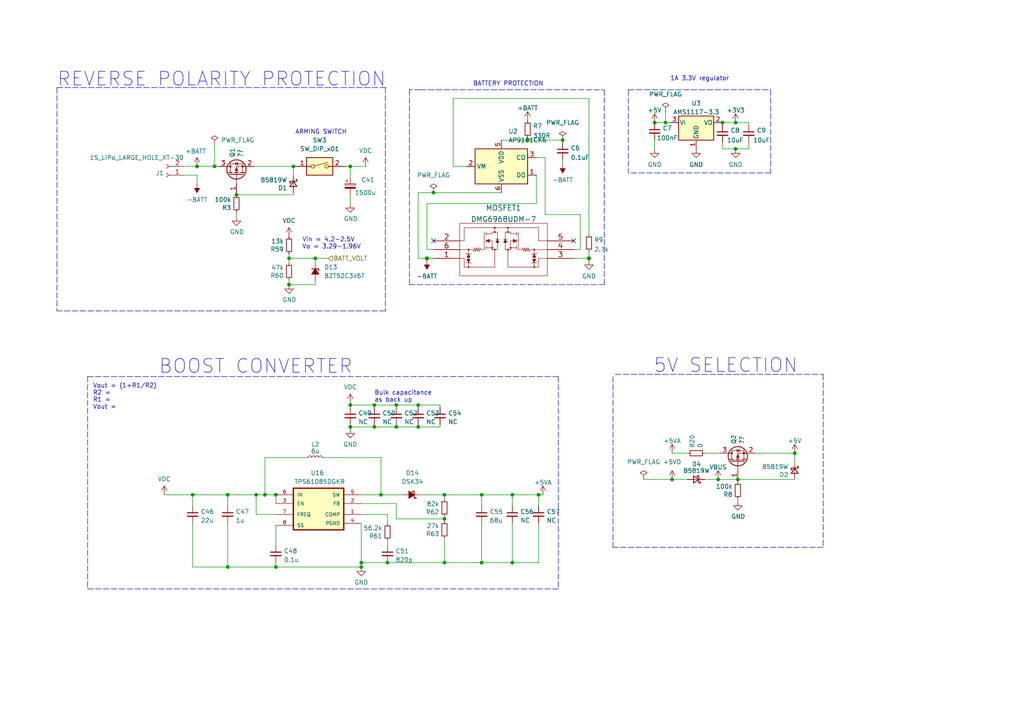
<source format=kicad_sch>
(kicad_sch (version 20211123) (generator eeschema)
  (paper "A4")
  (lib_symbols
    (symbol "Battery_Management:AP9101CK6"
      (property "Reference" "U" (at -7.62 6.35 0))
      (property "Value" "AP9101CK6" (at 7.62 6.35 0))
      (symbol "AP9101CK6_0_1"
        (rectangle (start -7.62 5.08) (end 7.62 -5.08) (stroke (width 0.254)) (fill (type background)))
      )
      (symbol "AP9101CK6_1_1"
        (pin output line (at 10.16 -2.54 180) (length 2.54) (name "DO") (number "1"))
        (pin passive line (at -10.16 0 0) (length 2.54) (name "VM") (number "2"))
        (pin output line (at 10.16 2.54 180) (length 2.54) (name "CO") (number "3"))
        (pin no_connect line (at -7.62 -2.54 0) (length 2.54) hide (name "NC") (number "4"))
        (pin power_in line (at 0 7.62 270) (length 2.54) (name "VDD") (number "5"))
        (pin power_in line (at 0 -7.62 90) (length 2.54) (name "VSS") (number "6"))
      )
    )
    (symbol "Connector:Conn_01x02_Female" (pin_names (offset 1.016) hide)
      (property "Reference" "J" (at 0 2.54 0))
      (property "Value" "Conn_01x02_Female" (at 0 -5.08 0))
      (symbol "Conn_01x02_Female_1_1"
        (arc (start 0 -2.032) (mid -0.508 -2.54) (end 0 -3.048) (stroke (width 0.1524)))
        (polyline (pts (xy -1.27 -2.54) (xy -0.508 -2.54)) (stroke (width 0.1524)))
        (polyline (pts (xy -1.27 0) (xy -0.508 0)) (stroke (width 0.1524)))
        (arc (start 0 0.508) (mid -0.508 0) (end 0 -0.508) (stroke (width 0.1524)))
        (pin passive line (at -5.08 0 0) (length 3.81) (name "Pin_1") (number "1"))
        (pin passive line (at -5.08 -2.54 0) (length 3.81) (name "Pin_2") (number "2"))
      )
    )
    (symbol "DMG6968UDM-7:DMG6968UDM-7" (pin_names (offset 0.254) hide)
      (property "Reference" "MOSFET" (at 20.32 10.16 0))
      (property "Value" "DMG6968UDM-7" (at 20.32 7.62 0))
      (symbol "DMG6968UDM-7_1_1"
        (polyline (pts (xy 7.62 -10.16) (xy 33.02 -10.16)) (stroke (width 0.127)))
        (polyline (pts (xy 7.62 -5.08) (xy 8.89 -5.08)) (stroke (width 0.127)))
        (polyline (pts (xy 7.62 -2.54) (xy 11.43 -2.54)) (stroke (width 0.127)))
        (polyline (pts (xy 7.62 5.08) (xy 7.62 -10.16)) (stroke (width 0.127)))
        (polyline (pts (xy 8.89 -7.62) (xy 17.78 -7.62)) (stroke (width 0.127)))
        (polyline (pts (xy 8.89 -5.08) (xy 8.89 -7.62)) (stroke (width 0.127)))
        (polyline (pts (xy 8.89 0) (xy 7.62 0)) (stroke (width 0.127)))
        (polyline (pts (xy 8.89 3.81) (xy 8.89 0)) (stroke (width 0.127)))
        (polyline (pts (xy 8.89 3.81) (xy 30.48 3.81)) (stroke (width 0.127)))
        (polyline (pts (xy 9.652 -6.35) (xy 9.398 -6.096)) (stroke (width 0.127)))
        (polyline (pts (xy 9.652 -6.35) (xy 10.668 -6.35)) (stroke (width 0.127)))
        (polyline (pts (xy 9.652 -3.81) (xy 9.398 -3.556)) (stroke (width 0.127)))
        (polyline (pts (xy 10.16 -6.35) (xy 10.16 -7.62)) (stroke (width 0.127)))
        (polyline (pts (xy 10.16 -4.826) (xy 10.16 -5.334)) (stroke (width 0.127)))
        (polyline (pts (xy 10.16 -3.81) (xy 10.16 -2.54)) (stroke (width 0.127)))
        (polyline (pts (xy 10.668 -6.35) (xy 10.922 -6.604)) (stroke (width 0.127)))
        (polyline (pts (xy 10.668 -3.81) (xy 9.652 -3.81)) (stroke (width 0.127)))
        (polyline (pts (xy 10.668 -3.81) (xy 10.922 -4.064)) (stroke (width 0.127)))
        (polyline (pts (xy 11.43 -2.54) (xy 11.684 -3.048)) (stroke (width 0.127)))
        (polyline (pts (xy 11.684 -3.048) (xy 11.938 -2.032)) (stroke (width 0.127)))
        (polyline (pts (xy 11.938 -2.032) (xy 12.192 -3.048)) (stroke (width 0.127)))
        (polyline (pts (xy 12.192 -3.048) (xy 12.446 -2.032)) (stroke (width 0.127)))
        (polyline (pts (xy 12.446 -2.032) (xy 12.7 -3.048)) (stroke (width 0.127)))
        (polyline (pts (xy 12.7 -3.048) (xy 12.954 -2.032)) (stroke (width 0.127)))
        (polyline (pts (xy 12.954 -2.032) (xy 13.208 -3.048)) (stroke (width 0.127)))
        (polyline (pts (xy 13.208 -3.048) (xy 13.462 -2.032)) (stroke (width 0.127)))
        (polyline (pts (xy 13.462 -2.032) (xy 13.716 -2.54)) (stroke (width 0.127)))
        (polyline (pts (xy 13.716 -2.54) (xy 14.732 -2.54)) (stroke (width 0.127)))
        (polyline (pts (xy 14.732 -2.54) (xy 14.732 2.54)) (stroke (width 0.127)))
        (polyline (pts (xy 15.24 -2.54) (xy 15.24 -1.524)) (stroke (width 0.127)))
        (polyline (pts (xy 15.24 -2.032) (xy 17.018 -2.032)) (stroke (width 0.127)))
        (polyline (pts (xy 15.24 -0.508) (xy 15.24 0.508)) (stroke (width 0.127)))
        (polyline (pts (xy 15.24 1.524) (xy 15.24 2.54)) (stroke (width 0.127)))
        (polyline (pts (xy 15.24 2.032) (xy 17.018 2.032)) (stroke (width 0.127)))
        (polyline (pts (xy 17.018 -2.54) (xy 17.018 0)) (stroke (width 0.127)))
        (polyline (pts (xy 17.018 -2.54) (xy 18.542 -2.54)) (stroke (width 0.127)))
        (polyline (pts (xy 17.018 0) (xy 15.24 0)) (stroke (width 0.127)))
        (polyline (pts (xy 17.018 2.032) (xy 17.018 2.54)) (stroke (width 0.127)))
        (polyline (pts (xy 17.018 2.54) (xy 18.542 2.54)) (stroke (width 0.127)))
        (polyline (pts (xy 17.78 -7.62) (xy 17.78 -2.54)) (stroke (width 0.127)))
        (polyline (pts (xy 17.78 3.81) (xy 17.78 2.54)) (stroke (width 0.127)))
        (polyline (pts (xy 18.542 -2.54) (xy 18.542 -0.508)) (stroke (width 0.127)))
        (polyline (pts (xy 18.542 0.508) (xy 18.542 2.54)) (stroke (width 0.127)))
        (polyline (pts (xy 19.05 0.508) (xy 18.034 0.508)) (stroke (width 0.127)))
        (polyline (pts (xy 20.32 0.508) (xy 21.336 0.508)) (stroke (width 0.127)))
        (polyline (pts (xy 20.828 -2.54) (xy 20.828 -0.508)) (stroke (width 0.127)))
        (polyline (pts (xy 20.828 0.508) (xy 20.828 2.54)) (stroke (width 0.127)))
        (polyline (pts (xy 21.59 -7.62) (xy 21.59 -2.54)) (stroke (width 0.127)))
        (polyline (pts (xy 21.59 3.81) (xy 21.59 2.54)) (stroke (width 0.127)))
        (polyline (pts (xy 22.352 -2.54) (xy 20.828 -2.54)) (stroke (width 0.127)))
        (polyline (pts (xy 22.352 -2.54) (xy 22.352 0)) (stroke (width 0.127)))
        (polyline (pts (xy 22.352 0) (xy 24.13 0)) (stroke (width 0.127)))
        (polyline (pts (xy 22.352 2.032) (xy 22.352 2.54)) (stroke (width 0.127)))
        (polyline (pts (xy 22.352 2.54) (xy 20.828 2.54)) (stroke (width 0.127)))
        (polyline (pts (xy 24.13 -2.54) (xy 24.13 -1.524)) (stroke (width 0.127)))
        (polyline (pts (xy 24.13 -2.032) (xy 22.352 -2.032)) (stroke (width 0.127)))
        (polyline (pts (xy 24.13 -0.508) (xy 24.13 0.508)) (stroke (width 0.127)))
        (polyline (pts (xy 24.13 1.524) (xy 24.13 2.54)) (stroke (width 0.127)))
        (polyline (pts (xy 24.13 2.032) (xy 22.352 2.032)) (stroke (width 0.127)))
        (polyline (pts (xy 24.638 -2.54) (xy 24.638 2.54)) (stroke (width 0.127)))
        (polyline (pts (xy 25.654 -2.54) (xy 24.638 -2.54)) (stroke (width 0.127)))
        (polyline (pts (xy 25.908 -2.032) (xy 25.654 -2.54)) (stroke (width 0.127)))
        (polyline (pts (xy 26.162 -3.048) (xy 25.908 -2.032)) (stroke (width 0.127)))
        (polyline (pts (xy 26.416 -2.032) (xy 26.162 -3.048)) (stroke (width 0.127)))
        (polyline (pts (xy 26.67 -3.048) (xy 26.416 -2.032)) (stroke (width 0.127)))
        (polyline (pts (xy 26.924 -2.032) (xy 26.67 -3.048)) (stroke (width 0.127)))
        (polyline (pts (xy 27.178 -3.048) (xy 26.924 -2.032)) (stroke (width 0.127)))
        (polyline (pts (xy 27.432 -2.032) (xy 27.178 -3.048)) (stroke (width 0.127)))
        (polyline (pts (xy 27.686 -3.048) (xy 27.432 -2.032)) (stroke (width 0.127)))
        (polyline (pts (xy 27.94 -2.54) (xy 27.686 -3.048)) (stroke (width 0.127)))
        (polyline (pts (xy 28.702 -6.35) (xy 28.448 -6.604)) (stroke (width 0.127)))
        (polyline (pts (xy 28.702 -3.81) (xy 28.448 -4.064)) (stroke (width 0.127)))
        (polyline (pts (xy 28.702 -3.81) (xy 29.718 -3.81)) (stroke (width 0.127)))
        (polyline (pts (xy 29.21 -6.35) (xy 29.21 -7.62)) (stroke (width 0.127)))
        (polyline (pts (xy 29.21 -4.826) (xy 29.21 -5.334)) (stroke (width 0.127)))
        (polyline (pts (xy 29.21 -3.81) (xy 29.21 -2.54)) (stroke (width 0.127)))
        (polyline (pts (xy 29.718 -6.35) (xy 28.702 -6.35)) (stroke (width 0.127)))
        (polyline (pts (xy 29.718 -6.35) (xy 29.972 -6.096)) (stroke (width 0.127)))
        (polyline (pts (xy 29.718 -3.81) (xy 29.972 -3.556)) (stroke (width 0.127)))
        (polyline (pts (xy 30.48 -7.62) (xy 21.59 -7.62)) (stroke (width 0.127)))
        (polyline (pts (xy 30.48 -5.08) (xy 30.48 -7.62)) (stroke (width 0.127)))
        (polyline (pts (xy 30.48 0) (xy 33.02 0)) (stroke (width 0.127)))
        (polyline (pts (xy 30.48 3.81) (xy 30.48 0)) (stroke (width 0.127)))
        (polyline (pts (xy 33.02 -10.16) (xy 33.02 5.08)) (stroke (width 0.127)))
        (polyline (pts (xy 33.02 -5.08) (xy 30.48 -5.08)) (stroke (width 0.127)))
        (polyline (pts (xy 33.02 -2.54) (xy 27.94 -2.54)) (stroke (width 0.127)))
        (polyline (pts (xy 33.02 5.08) (xy 7.62 5.08)) (stroke (width 0.127)))
        (polyline (pts (xy 9.652 -5.334) (xy 10.668 -5.334) (xy 10.16 -6.35) (xy 9.652 -5.334)) (stroke (width 0.0254)) (fill (type outline)))
        (polyline (pts (xy 10.668 -4.826) (xy 9.652 -4.826) (xy 10.16 -3.81) (xy 10.668 -4.826)) (stroke (width 0.0254)) (fill (type outline)))
        (polyline (pts (xy 16.256 0.508) (xy 15.24 0) (xy 16.256 -0.508) (xy 16.256 0.508)) (stroke (width 0.0254)) (fill (type outline)))
        (polyline (pts (xy 19.05 -0.508) (xy 18.034 -0.508) (xy 18.542 0.508) (xy 19.05 -0.508)) (stroke (width 0.0254)) (fill (type outline)))
        (polyline (pts (xy 20.32 -0.508) (xy 21.336 -0.508) (xy 20.828 0.508) (xy 20.32 -0.508)) (stroke (width 0.0254)) (fill (type outline)))
        (polyline (pts (xy 23.114 0.508) (xy 24.13 0) (xy 23.114 -0.508) (xy 23.114 0.508)) (stroke (width 0.0254)) (fill (type outline)))
        (polyline (pts (xy 28.702 -4.826) (xy 29.718 -4.826) (xy 29.21 -3.81) (xy 28.702 -4.826)) (stroke (width 0.0254)) (fill (type outline)))
        (polyline (pts (xy 29.718 -5.334) (xy 28.702 -5.334) (xy 29.21 -6.35) (xy 29.718 -5.334)) (stroke (width 0.0254)) (fill (type outline)))
        (circle (center 10.16 -7.62) (radius 0.127) (stroke (width 0.254)))
        (circle (center 10.16 -2.54) (radius 0.127) (stroke (width 0.254)))
        (circle (center 17.018 -2.032) (radius 0.127) (stroke (width 0.254)))
        (circle (center 17.78 -2.54) (radius 0.127) (stroke (width 0.254)))
        (circle (center 17.78 2.54) (radius 0.127) (stroke (width 0.254)))
        (circle (center 17.78 3.81) (radius 0.127) (stroke (width 0.254)))
        (circle (center 21.59 -2.54) (radius 0.127) (stroke (width 0.254)))
        (circle (center 21.59 2.54) (radius 0.127) (stroke (width 0.254)))
        (circle (center 21.59 3.81) (radius 0.127) (stroke (width 0.254)))
        (circle (center 22.352 -2.032) (radius 0.127) (stroke (width 0.254)))
        (circle (center 29.21 -7.62) (radius 0.127) (stroke (width 0.254)))
        (circle (center 29.21 -2.54) (radius 0.127) (stroke (width 0.254)))
        (pin unspecified line (at 0 -5.08 0) (length 7.62) (name "S1") (number "1"))
        (pin unspecified line (at 0 0 0) (length 7.62) (name "D1/D2") (number "2"))
        (pin unspecified line (at 40.64 -5.08 180) (length 7.62) (name "S2") (number "3"))
        (pin unspecified line (at 40.64 -2.54 180) (length 7.62) (name "G2") (number "4"))
        (pin unspecified line (at 40.64 0 180) (length 7.62) (name "D1/D2") (number "5"))
        (pin unspecified line (at 0 -2.54 0) (length 7.62) (name "G1") (number "6"))
      )
    )
    (symbol "Device:C_Polarized_Small" (pin_numbers hide) (pin_names (offset 0.254) hide)
      (property "Reference" "C" (at 0.254 1.778 0))
      (property "Value" "C_Polarized_Small" (at 0.254 -2.032 0))
      (symbol "C_Polarized_Small_0_1"
        (rectangle (start -1.524 -0.3048) (end 1.524 -0.6858) (fill (type outline)))
        (rectangle (start -1.524 0.6858) (end 1.524 0.3048))
        (polyline (pts (xy -1.27 1.524) (xy -0.762 1.524)))
        (polyline (pts (xy -1.016 1.27) (xy -1.016 1.778)))
      )
      (symbol "C_Polarized_Small_1_1"
        (pin passive line (at 0 2.54 270) (length 1.8542) (name "~") (number "1"))
        (pin passive line (at 0 -2.54 90) (length 1.8542) (name "~") (number "2"))
      )
    )
    (symbol "Device:C_Small" (pin_numbers hide) (pin_names (offset 0.254) hide)
      (property "Reference" "C" (at 0.254 1.778 0))
      (property "Value" "C_Small" (at 0.254 -2.032 0))
      (symbol "C_Small_0_1"
        (polyline (pts (xy -1.524 -0.508) (xy 1.524 -0.508)) (stroke (width 0.3302)))
        (polyline (pts (xy -1.524 0.508) (xy 1.524 0.508)) (stroke (width 0.3048)))
      )
      (symbol "C_Small_1_1"
        (pin passive line (at 0 2.54 270) (length 2.032) (name "~") (number "1"))
        (pin passive line (at 0 -2.54 90) (length 2.032) (name "~") (number "2"))
      )
    )
    (symbol "Device:D_Schottky_Small" (pin_numbers hide) (pin_names (offset 0.254) hide)
      (property "Reference" "D" (at -1.27 2.032 0))
      (property "Value" "D_Schottky_Small" (at -7.112 -2.032 0))
      (symbol "D_Schottky_Small_0_1"
        (polyline (pts (xy -0.762 0) (xy 0.762 0)))
        (polyline (pts (xy 0.762 -1.016) (xy -0.762 0) (xy 0.762 1.016) (xy 0.762 -1.016)) (stroke (width 0.254)))
        (polyline (pts (xy -1.27 0.762) (xy -1.27 1.016) (xy -0.762 1.016) (xy -0.762 -1.016) (xy -0.254 -1.016) (xy -0.254 -0.762)) (stroke (width 0.254)))
      )
      (symbol "D_Schottky_Small_1_1"
        (pin passive line (at -2.54 0 0) (length 1.778) (name "K") (number "1"))
        (pin passive line (at 2.54 0 180) (length 1.778) (name "A") (number "2"))
      )
    )
    (symbol "Device:D_Schottky_Small_Filled" (pin_numbers hide) (pin_names (offset 0.254) hide)
      (property "Reference" "D" (at -1.27 2.032 0))
      (property "Value" "D_Schottky_Small_Filled" (at -7.112 -2.032 0))
      (symbol "D_Schottky_Small_Filled_0_1"
        (polyline (pts (xy -0.762 0) (xy 0.762 0)))
        (polyline (pts (xy 0.762 -1.016) (xy -0.762 0) (xy 0.762 1.016) (xy 0.762 -1.016)) (stroke (width 0.254)) (fill (type outline)))
        (polyline (pts (xy -1.27 0.762) (xy -1.27 1.016) (xy -0.762 1.016) (xy -0.762 -1.016) (xy -0.254 -1.016) (xy -0.254 -0.762)) (stroke (width 0.254)))
      )
      (symbol "D_Schottky_Small_Filled_1_1"
        (pin passive line (at -2.54 0 0) (length 1.778) (name "K") (number "1"))
        (pin passive line (at 2.54 0 180) (length 1.778) (name "A") (number "2"))
      )
    )
    (symbol "Device:D_Zener_Small_Filled" (pin_numbers hide) (pin_names (offset 0.254) hide)
      (property "Reference" "D" (at 0 2.286 0))
      (property "Value" "D_Zener_Small_Filled" (at 0 -2.286 0))
      (symbol "D_Zener_Small_Filled_0_1"
        (polyline (pts (xy 0.762 0) (xy -0.762 0)))
        (polyline (pts (xy -0.254 1.016) (xy -0.762 1.016) (xy -0.762 -1.016)) (stroke (width 0.254)))
        (polyline (pts (xy 0.762 1.016) (xy -0.762 0) (xy 0.762 -1.016) (xy 0.762 1.016)) (stroke (width 0.254)) (fill (type outline)))
      )
      (symbol "D_Zener_Small_Filled_1_1"
        (pin passive line (at -2.54 0 0) (length 1.778) (name "K") (number "1"))
        (pin passive line (at 2.54 0 180) (length 1.778) (name "A") (number "2"))
      )
    )
    (symbol "Device:L_Small" (pin_numbers hide) (pin_names (offset 0.254) hide)
      (property "Reference" "L" (at 0.762 1.016 0))
      (property "Value" "L_Small" (at 0.762 -1.016 0))
      (symbol "L_Small_0_1"
        (arc (start 0 -2.032) (mid 0.508 -1.524) (end 0 -1.016))
        (arc (start 0 -1.016) (mid 0.508 -0.508) (end 0 0))
        (arc (start 0 0) (mid 0.508 0.508) (end 0 1.016))
        (arc (start 0 1.016) (mid 0.508 1.524) (end 0 2.032))
      )
      (symbol "L_Small_1_1"
        (pin passive line (at 0 2.54 270) (length 0.508) (name "~") (number "1"))
        (pin passive line (at 0 -2.54 90) (length 0.508) (name "~") (number "2"))
      )
    )
    (symbol "Device:R_Small" (pin_numbers hide) (pin_names (offset 0.254) hide)
      (property "Reference" "R" (at 0.762 0.508 0))
      (property "Value" "R_Small" (at 0.762 -1.016 0))
      (symbol "R_Small_0_1"
        (rectangle (start -0.762 1.778) (end 0.762 -1.778) (stroke (width 0.2032)))
      )
      (symbol "R_Small_1_1"
        (pin passive line (at 0 2.54 270) (length 0.762) (name "~") (number "1"))
        (pin passive line (at 0 -2.54 90) (length 0.762) (name "~") (number "2"))
      )
    )
    (symbol "Regulator_Linear:AMS1117-3.3" (pin_names (offset 0.254))
      (property "Reference" "U" (at -3.81 3.175 0))
      (property "Value" "AMS1117-3.3" (at 0 3.175 0))
      (symbol "AMS1117-3.3_0_1"
        (rectangle (start -5.08 -5.08) (end 5.08 1.905) (stroke (width 0.254)) (fill (type background)))
      )
      (symbol "AMS1117-3.3_1_1"
        (pin power_in line (at 0 -7.62 90) (length 2.54) (name "GND") (number "1"))
        (pin power_out line (at 7.62 0 180) (length 2.54) (name "VO") (number "2"))
        (pin power_in line (at -7.62 0 0) (length 2.54) (name "VI") (number "3"))
      )
    )
    (symbol "Switch:SW_DIP_x01" (pin_names (offset 0) hide)
      (property "Reference" "SW" (at 0 3.81 0))
      (property "Value" "SW_DIP_x01" (at 0 -3.81 0))
      (symbol "SW_DIP_x01_0_0"
        (circle (center -2.032 0) (radius 0.508))
        (polyline (pts (xy -1.524 0.127) (xy 2.3622 1.1684)))
        (circle (center 2.032 0) (radius 0.508))
      )
      (symbol "SW_DIP_x01_0_1"
        (rectangle (start -3.81 2.54) (end 3.81 -2.54) (stroke (width 0.254)) (fill (type background)))
      )
      (symbol "SW_DIP_x01_1_1"
        (pin passive line (at -7.62 0 0) (length 5.08) (name "~") (number "1"))
        (pin passive line (at 7.62 0 180) (length 5.08) (name "~") (number "2"))
      )
    )
    (symbol "TPS61085DGKR:TPS61085DGKR" (pin_names (offset 1.016))
      (property "Reference" "U" (at -6.35 -0.635 0))
      (property "Value" "TPS61085DGKR" (at -12.7 -16.6878 0))
      (symbol "TPS61085DGKR_0_0"
        (rectangle (start -12.7 -1.27) (end 1.905 -13.335) (stroke (width 0.4064)) (fill (type background)))
        (pin bidirectional line (at 6.985 -8.89 180) (length 5.08) (name "COMP") (number "1"))
        (pin input line (at 6.985 -5.715 180) (length 5.08) (name "FB") (number "2"))
        (pin input line (at -17.78 -5.715 0) (length 5.08) (name "EN") (number "3"))
        (pin power_in line (at 6.985 -11.43 180) (length 5.08) (name "PGND") (number "4"))
        (pin input line (at 6.985 -3.175 180) (length 5.08) (name "SW") (number "5"))
        (pin input line (at -17.78 -3.175 0) (length 5.08) (name "IN") (number "6"))
        (pin input line (at -17.78 -8.89 0) (length 5.08) (name "FREQ") (number "7"))
        (pin output line (at -17.78 -12.065 0) (length 5.08) (name "SS") (number "8"))
      )
    )
    (symbol "Transistor_FET:Si2319CDS" (pin_names hide)
      (property "Reference" "Q" (at 5.08 1.905 0))
      (property "Value" "Si2319CDS" (at 5.08 0 0))
      (symbol "Si2319CDS_0_1"
        (polyline (pts (xy 0.254 0) (xy -2.54 0)))
        (polyline (pts (xy 0.254 1.905) (xy 0.254 -1.905)) (stroke (width 0.254)))
        (polyline (pts (xy 0.762 -1.27) (xy 0.762 -2.286)) (stroke (width 0.254)))
        (polyline (pts (xy 0.762 0.508) (xy 0.762 -0.508)) (stroke (width 0.254)))
        (polyline (pts (xy 0.762 2.286) (xy 0.762 1.27)) (stroke (width 0.254)))
        (polyline (pts (xy 2.54 2.54) (xy 2.54 1.778)))
        (polyline (pts (xy 2.54 -2.54) (xy 2.54 0) (xy 0.762 0)))
        (polyline (pts (xy 0.762 1.778) (xy 3.302 1.778) (xy 3.302 -1.778) (xy 0.762 -1.778)))
        (polyline (pts (xy 2.286 0) (xy 1.27 0.381) (xy 1.27 -0.381) (xy 2.286 0)) (fill (type outline)))
        (polyline (pts (xy 2.794 -0.508) (xy 2.921 -0.381) (xy 3.683 -0.381) (xy 3.81 -0.254)))
        (polyline (pts (xy 3.302 -0.381) (xy 2.921 0.254) (xy 3.683 0.254) (xy 3.302 -0.381)))
        (circle (center 1.651 0) (radius 2.794) (stroke (width 0.254)))
        (circle (center 2.54 -1.778) (radius 0.254) (fill (type outline)))
        (circle (center 2.54 1.778) (radius 0.254) (fill (type outline)))
      )
      (symbol "Si2319CDS_1_1"
        (pin input line (at -5.08 0 0) (length 2.54) (name "G") (number "1"))
        (pin passive line (at 2.54 -5.08 90) (length 2.54) (name "S") (number "2"))
        (pin passive line (at 2.54 5.08 270) (length 2.54) (name "D") (number "3"))
      )
    )
    (symbol "power:+3.3V" (power) (pin_names (offset 0))
      (property "Value" "+3.3V" (at 0 3.556 0))
      (symbol "+3.3V_0_1"
        (polyline (pts (xy -0.762 1.27) (xy 0 2.54)))
        (polyline (pts (xy 0 0) (xy 0 2.54)))
        (polyline (pts (xy 0 2.54) (xy 0.762 1.27)))
      )
      (symbol "+3.3V_1_1"
        (pin power_in line (at 0 0 90) (length 0) hide (name "+3V3") (number "1"))
      )
    )
    (symbol "power:+5V" (power) (pin_names (offset 0))
      (property "Value" "+5V" (at 0 3.556 0))
      (symbol "+5V_0_1"
        (polyline (pts (xy -0.762 1.27) (xy 0 2.54)))
        (polyline (pts (xy 0 0) (xy 0 2.54)))
        (polyline (pts (xy 0 2.54) (xy 0.762 1.27)))
      )
      (symbol "+5V_1_1"
        (pin power_in line (at 0 0 90) (length 0) hide (name "+5V") (number "1"))
      )
    )
    (symbol "power:+5VA" (power) (pin_names (offset 0))
      (property "Value" "+5VA" (at 0 3.556 0))
      (symbol "+5VA_0_1"
        (polyline (pts (xy -0.762 1.27) (xy 0 2.54)))
        (polyline (pts (xy 0 0) (xy 0 2.54)))
        (polyline (pts (xy 0 2.54) (xy 0.762 1.27)))
      )
      (symbol "+5VA_1_1"
        (pin power_in line (at 0 0 90) (length 0) hide (name "+5VA") (number "1"))
      )
    )
    (symbol "power:+5VD" (power) (pin_names (offset 0))
      (property "Value" "+5VD" (at 0 3.556 0))
      (symbol "+5VD_0_1"
        (polyline (pts (xy -0.762 1.27) (xy 0 2.54)))
        (polyline (pts (xy 0 0) (xy 0 2.54)))
        (polyline (pts (xy 0 2.54) (xy 0.762 1.27)))
      )
      (symbol "+5VD_1_1"
        (pin power_in line (at 0 0 90) (length 0) hide (name "+5VD") (number "1"))
      )
    )
    (symbol "power:+BATT" (power) (pin_names (offset 0))
      (property "Value" "+BATT" (at 0 3.556 0))
      (symbol "+BATT_0_1"
        (polyline (pts (xy -0.762 1.27) (xy 0 2.54)))
        (polyline (pts (xy 0 0) (xy 0 2.54)))
        (polyline (pts (xy 0 2.54) (xy 0.762 1.27)))
      )
      (symbol "+BATT_1_1"
        (pin power_in line (at 0 0 90) (length 0) hide (name "+BATT") (number "1"))
      )
    )
    (symbol "power:-BATT" (power) (pin_names (offset 0))
      (property "Value" "-BATT" (at 0 3.556 0))
      (symbol "-BATT_0_1"
        (polyline (pts (xy 0 0) (xy 0 2.54)))
        (polyline (pts (xy 0.762 1.27) (xy -0.762 1.27) (xy 0 2.54) (xy 0.762 1.27)) (fill (type outline)))
      )
      (symbol "-BATT_1_1"
        (pin power_in line (at 0 0 90) (length 0) hide (name "-BATT") (number "1"))
      )
    )
    (symbol "power:GND" (power) (pin_names (offset 0))
      (property "Value" "GND" (at 0 -3.81 0))
      (symbol "GND_0_1"
        (polyline (pts (xy 0 0) (xy 0 -1.27) (xy 1.27 -1.27) (xy 0 -2.54) (xy -1.27 -1.27) (xy 0 -1.27)))
      )
      (symbol "GND_1_1"
        (pin power_in line (at 0 0 270) (length 0) hide (name "GND") (number "1"))
      )
    )
    (symbol "power:PWR_FLAG" (power) (pin_numbers hide) (pin_names (offset 0) hide)
      (property "Value" "PWR_FLAG" (at 0 3.81 0))
      (symbol "PWR_FLAG_0_0"
        (pin power_out line (at 0 0 90) (length 0) (name "pwr") (number "1"))
      )
      (symbol "PWR_FLAG_0_1"
        (polyline (pts (xy 0 0) (xy 0 1.27) (xy -1.016 1.905) (xy 0 2.54) (xy 1.016 1.905) (xy 0 1.27)))
      )
    )
    (symbol "power:VBUS" (power) (pin_names (offset 0))
      (property "Value" "VBUS" (at 0 3.81 0))
      (symbol "VBUS_0_1"
        (polyline (pts (xy -0.762 1.27) (xy 0 2.54)))
        (polyline (pts (xy 0 0) (xy 0 2.54)))
        (polyline (pts (xy 0 2.54) (xy 0.762 1.27)))
      )
      (symbol "VBUS_1_1"
        (pin power_in line (at 0 0 90) (length 0) hide (name "VBUS") (number "1"))
      )
    )
    (symbol "power:VDC" (power) (pin_names (offset 0))
      (property "Value" "VDC" (at 0 6.35 0))
      (symbol "VDC_0_1"
        (polyline (pts (xy -0.762 1.27) (xy 0 2.54)))
        (polyline (pts (xy 0 0) (xy 0 2.54)))
        (polyline (pts (xy 0 2.54) (xy 0.762 1.27)))
      )
      (symbol "VDC_1_1"
        (pin power_in line (at 0 0 90) (length 0) hide (name "VDC") (number "1"))
      )
    )
  )
  (junction (at 66.04 143.51))
  (junction (at 170.815 74.93) (diameter 1.016))
  (junction (at 80.01 164.465))
  (junction (at 209.55 35.56))
  (junction (at 74.295 143.51))
  (junction (at 148.59 163.195))
  (junction (at 128.905 163.195))
  (junction (at 193.04 35.56))
  (junction (at 121.285 117.475))
  (junction (at 139.7 163.195))
  (junction (at 108.585 123.825))
  (junction (at 121.285 123.825))
  (junction (at 194.945 139.065))
  (junction (at 114.935 123.825))
  (junction (at 230.505 131.445))
  (junction (at 101.6 117.475))
  (junction (at 68.58 56.515))
  (junction (at 114.935 117.475))
  (junction (at 76.835 143.51))
  (junction (at 57.15 48.26))
  (junction (at 62.23 48.26))
  (junction (at 189.865 35.56))
  (junction (at 83.82 74.93))
  (junction (at 104.775 163.195))
  (junction (at 128.905 150.495))
  (junction (at 125.73 55.88))
  (junction (at 208.28 139.065))
  (junction (at 123.825 74.93) (diameter 1.016))
  (junction (at 85.09 48.26))
  (junction (at 101.6 48.26))
  (junction (at 101.6 123.825))
  (junction (at 213.36 43.18))
  (junction (at 163.195 40.64))
  (junction (at 83.82 82.55))
  (junction (at 213.995 139.065))
  (junction (at 80.01 143.51))
  (junction (at 112.395 163.195))
  (junction (at 153.035 40.64) (diameter 1.016))
  (junction (at 91.44 74.93))
  (junction (at 213.36 35.56))
  (junction (at 55.88 143.51))
  (junction (at 108.585 117.475))
  (junction (at 104.775 164.465))
  (junction (at 148.59 143.51))
  (junction (at 139.7 143.51))
  (junction (at 110.49 143.51))
  (junction (at 128.905 143.51))
  (junction (at 66.04 164.465))
  (junction (at 156.21 143.51))
  (no_connect (at 125.73 69.85))
  (no_connect (at 166.37 69.85))
  (polyline (pts (xy 238.76 158.75) (xy 177.8 158.75)))
  (wire (pts (xy 139.7 163.195) (xy 148.59 163.195)))
  (wire (pts (xy 127.635 117.475) (xy 121.285 117.475)))
  (wire (pts (xy 217.17 41.275) (xy 217.17 43.18)))
  (wire (pts (xy 68.58 61.595) (xy 68.58 62.865)))
  (wire (pts (xy 104.775 163.195) (xy 112.395 163.195)))
  (wire (pts (xy 85.09 48.26) (xy 85.09 50.8)))
  (polyline (pts (xy 121.92 26.035) (xy 175.26 26.035)) (stroke (width 0) (type dash)))
  (wire (pts (xy 128.905 143.51) (xy 128.905 144.78)))
  (wire (pts (xy 135.255 48.26) (xy 131.445 48.26)))
  (wire (pts (xy 62.23 41.91) (xy 62.23 48.26)))
  (wire (pts (xy 125.73 55.88) (xy 121.285 55.88)))
  (wire (pts (xy 170.815 73.025) (xy 170.815 74.93)))
  (wire (pts (xy 156.21 163.195) (xy 156.21 151.765)))
  (polyline (pts (xy 25.4 109.22) (xy 161.925 109.22)))
  (wire (pts (xy 66.04 143.51) (xy 66.04 146.685)))
  (wire (pts (xy 153.035 40.64) (xy 163.195 40.64)))
  (polyline (pts (xy 223.52 26.035) (xy 223.52 50.165)))
  (wire (pts (xy 145.415 55.88) (xy 125.73 55.88)))
  (wire (pts (xy 209.55 43.18) (xy 213.36 43.18)))
  (wire (pts (xy 101.6 123.825) (xy 101.6 124.46)))
  (wire (pts (xy 100.33 48.26) (xy 101.6 48.26)))
  (wire (pts (xy 101.6 56.515) (xy 101.6 59.055)))
  (wire (pts (xy 62.23 48.26) (xy 63.5 48.26)))
  (wire (pts (xy 66.04 143.51) (xy 74.295 143.51)))
  (wire (pts (xy 156.21 143.51) (xy 156.21 146.685)))
  (wire (pts (xy 108.585 123.825) (xy 114.935 123.825)))
  (wire (pts (xy 148.59 143.51) (xy 156.21 143.51)))
  (polyline (pts (xy 178.435 108.585) (xy 238.76 108.585)))
  (wire (pts (xy 76.835 132.715) (xy 76.835 143.51)))
  (wire (pts (xy 101.6 116.84) (xy 101.6 117.475)))
  (wire (pts (xy 55.88 143.51) (xy 66.04 143.51)))
  (wire (pts (xy 55.88 164.465) (xy 66.04 164.465)))
  (polyline (pts (xy 121.92 26.035) (xy 118.745 26.035)) (stroke (width 0) (type dash)))
  (wire (pts (xy 186.69 139.065) (xy 194.945 139.065)))
  (wire (pts (xy 139.7 163.195) (xy 128.905 163.195)))
  (wire (pts (xy 155.575 50.8) (xy 155.575 59.055)))
  (polyline (pts (xy 25.4 109.22) (xy 25.4 170.815)))
  (wire (pts (xy 80.01 163.195) (xy 80.01 164.465)))
  (wire (pts (xy 139.7 151.765) (xy 139.7 163.195)))
  (wire (pts (xy 219.075 131.445) (xy 230.505 131.445)))
  (wire (pts (xy 163.195 40.64) (xy 163.195 41.275)))
  (wire (pts (xy 131.445 28.575) (xy 170.815 28.575)))
  (wire (pts (xy 153.035 40.64) (xy 153.035 40.005)))
  (polyline (pts (xy 238.76 108.585) (xy 238.76 158.75)))
  (wire (pts (xy 110.49 143.51) (xy 104.775 143.51)))
  (wire (pts (xy 66.04 164.465) (xy 80.01 164.465)))
  (wire (pts (xy 83.82 74.93) (xy 91.44 74.93)))
  (wire (pts (xy 112.395 156.845) (xy 112.395 158.115)))
  (wire (pts (xy 217.17 43.18) (xy 213.36 43.18)))
  (wire (pts (xy 121.285 55.88) (xy 121.285 74.93)))
  (wire (pts (xy 57.15 50.8) (xy 57.15 53.34)))
  (wire (pts (xy 217.17 35.56) (xy 217.17 36.195)))
  (wire (pts (xy 57.15 50.8) (xy 53.34 50.8)))
  (wire (pts (xy 121.285 117.475) (xy 114.935 117.475)))
  (wire (pts (xy 121.92 143.51) (xy 128.905 143.51)))
  (wire (pts (xy 55.88 146.685) (xy 55.88 143.51)))
  (wire (pts (xy 128.905 156.21) (xy 128.905 163.195)))
  (wire (pts (xy 193.04 32.385) (xy 193.04 35.56)))
  (wire (pts (xy 209.55 35.56) (xy 209.55 36.195)))
  (wire (pts (xy 123.825 72.39) (xy 125.73 72.39)))
  (wire (pts (xy 170.815 74.93) (xy 170.815 75.565)))
  (wire (pts (xy 131.445 48.26) (xy 131.445 28.575)))
  (polyline (pts (xy 161.925 109.22) (xy 161.925 170.815)))
  (wire (pts (xy 73.66 48.26) (xy 85.09 48.26)))
  (wire (pts (xy 209.55 41.275) (xy 209.55 43.18)))
  (wire (pts (xy 155.575 59.055) (xy 123.825 59.055)))
  (wire (pts (xy 193.04 35.56) (xy 194.31 35.56)))
  (wire (pts (xy 121.285 74.93) (xy 123.825 74.93)))
  (polyline (pts (xy 111.76 90.17) (xy 16.51 90.17)))
  (wire (pts (xy 110.49 132.715) (xy 110.49 143.51)))
  (wire (pts (xy 128.905 163.195) (xy 112.395 163.195)))
  (wire (pts (xy 121.285 123.825) (xy 121.285 123.19)))
  (wire (pts (xy 127.635 123.825) (xy 127.635 123.19)))
  (wire (pts (xy 101.6 48.26) (xy 101.6 51.435)))
  (polyline (pts (xy 223.52 50.165) (xy 182.245 50.165)))
  (wire (pts (xy 91.44 74.93) (xy 95.25 74.93)))
  (wire (pts (xy 80.01 164.465) (xy 104.775 164.465)))
  (wire (pts (xy 125.73 74.93) (xy 123.825 74.93)))
  (wire (pts (xy 163.195 46.355) (xy 163.195 47.625)))
  (wire (pts (xy 91.44 82.55) (xy 91.44 81.28)))
  (wire (pts (xy 128.905 150.495) (xy 128.905 151.13)))
  (wire (pts (xy 83.82 73.66) (xy 83.82 74.93)))
  (wire (pts (xy 194.945 139.065) (xy 199.39 139.065)))
  (wire (pts (xy 166.37 74.93) (xy 170.815 74.93)))
  (wire (pts (xy 57.15 48.26) (xy 53.34 48.26)))
  (wire (pts (xy 108.585 117.475) (xy 101.6 117.475)))
  (polyline (pts (xy 182.245 26.035) (xy 223.52 26.035)))
  (wire (pts (xy 83.82 82.55) (xy 91.44 82.55)))
  (wire (pts (xy 168.275 72.39) (xy 168.275 62.23)))
  (wire (pts (xy 194.945 131.445) (xy 199.39 131.445)))
  (polyline (pts (xy 16.51 25.4) (xy 16.51 90.17)))
  (wire (pts (xy 68.58 55.88) (xy 68.58 56.515)))
  (wire (pts (xy 204.47 131.445) (xy 208.915 131.445)))
  (wire (pts (xy 123.825 59.055) (xy 123.825 72.39)))
  (wire (pts (xy 80.01 149.225) (xy 74.295 149.225)))
  (wire (pts (xy 145.415 40.64) (xy 153.035 40.64)))
  (wire (pts (xy 108.585 117.475) (xy 108.585 118.11)))
  (wire (pts (xy 139.7 143.51) (xy 139.7 146.685)))
  (wire (pts (xy 123.825 74.93) (xy 123.825 75.565)))
  (wire (pts (xy 55.88 151.765) (xy 55.88 164.465)))
  (wire (pts (xy 93.98 132.715) (xy 110.49 132.715)))
  (wire (pts (xy 155.575 45.72) (xy 158.115 45.72)))
  (wire (pts (xy 110.49 143.51) (xy 116.84 143.51)))
  (wire (pts (xy 166.37 72.39) (xy 168.275 72.39)))
  (polyline (pts (xy 182.245 26.035) (xy 182.245 50.165)))
  (wire (pts (xy 108.585 123.825) (xy 108.585 123.19)))
  (polyline (pts (xy 111.76 25.4) (xy 111.76 90.17)))
  (wire (pts (xy 101.6 123.825) (xy 108.585 123.825)))
  (wire (pts (xy 80.01 143.51) (xy 80.01 146.05)))
  (wire (pts (xy 104.775 149.225) (xy 112.395 149.225)))
  (wire (pts (xy 208.28 139.065) (xy 213.995 139.065)))
  (wire (pts (xy 209.55 35.56) (xy 213.36 35.56)))
  (wire (pts (xy 121.285 117.475) (xy 121.285 118.11)))
  (wire (pts (xy 213.995 144.78) (xy 213.995 145.415)))
  (wire (pts (xy 230.505 131.445) (xy 230.505 133.985)))
  (polyline (pts (xy 118.745 82.55) (xy 175.26 82.55)) (stroke (width 0) (type dash)))
  (polyline (pts (xy 118.745 26.035) (xy 118.745 82.55)) (stroke (width 0) (type dash)))
  (wire (pts (xy 114.935 150.495) (xy 114.935 146.05)))
  (wire (pts (xy 128.905 150.495) (xy 114.935 150.495)))
  (wire (pts (xy 128.905 143.51) (xy 139.7 143.51)))
  (wire (pts (xy 189.865 40.64) (xy 189.865 43.18)))
  (wire (pts (xy 168.275 62.23) (xy 158.115 62.23)))
  (wire (pts (xy 101.6 48.26) (xy 106.045 48.26)))
  (wire (pts (xy 148.59 163.195) (xy 156.21 163.195)))
  (wire (pts (xy 85.09 55.88) (xy 85.09 56.515)))
  (wire (pts (xy 101.6 117.475) (xy 101.6 118.11)))
  (wire (pts (xy 83.82 74.93) (xy 83.82 76.2)))
  (wire (pts (xy 66.04 151.765) (xy 66.04 164.465)))
  (wire (pts (xy 158.115 45.72) (xy 158.115 62.23)))
  (wire (pts (xy 114.935 117.475) (xy 114.935 118.11)))
  (wire (pts (xy 47.625 143.51) (xy 55.88 143.51)))
  (wire (pts (xy 170.815 28.575) (xy 170.815 67.945)))
  (wire (pts (xy 213.36 35.56) (xy 217.17 35.56)))
  (wire (pts (xy 189.865 35.56) (xy 193.04 35.56)))
  (wire (pts (xy 83.82 81.28) (xy 83.82 82.55)))
  (wire (pts (xy 148.59 163.195) (xy 148.59 151.765)))
  (polyline (pts (xy 16.51 25.4) (xy 112.395 25.4)))
  (wire (pts (xy 114.935 146.05) (xy 104.775 146.05)))
  (wire (pts (xy 68.58 56.515) (xy 85.09 56.515)))
  (wire (pts (xy 121.285 123.825) (xy 127.635 123.825)))
  (wire (pts (xy 88.9 132.715) (xy 76.835 132.715)))
  (wire (pts (xy 57.15 48.26) (xy 62.23 48.26)))
  (wire (pts (xy 114.935 123.825) (xy 121.285 123.825)))
  (wire (pts (xy 213.995 139.065) (xy 213.995 139.7)))
  (wire (pts (xy 76.835 143.51) (xy 80.01 143.51)))
  (polyline (pts (xy 175.26 82.55) (xy 175.26 26.035)) (stroke (width 0) (type dash)))
  (wire (pts (xy 128.905 149.86) (xy 128.905 150.495)))
  (wire (pts (xy 91.44 76.2) (xy 91.44 74.93)))
  (wire (pts (xy 114.935 117.475) (xy 108.585 117.475)))
  (wire (pts (xy 148.59 143.51) (xy 148.59 146.685)))
  (wire (pts (xy 213.995 139.065) (xy 230.505 139.065)))
  (wire (pts (xy 204.47 139.065) (xy 208.28 139.065)))
  (wire (pts (xy 74.295 149.225) (xy 74.295 143.51)))
  (wire (pts (xy 139.7 143.51) (xy 148.59 143.51)))
  (wire (pts (xy 156.21 143.51) (xy 157.48 143.51)))
  (polyline (pts (xy 177.8 109.22) (xy 177.8 158.75)))
  (wire (pts (xy 104.775 163.195) (xy 104.775 164.465)))
  (wire (pts (xy 101.6 123.19) (xy 101.6 123.825)))
  (polyline (pts (xy 161.925 170.815) (xy 25.4 170.815)))
  (wire (pts (xy 74.295 143.51) (xy 76.835 143.51)))
  (wire (pts (xy 104.775 151.765) (xy 104.775 163.195)))
  (wire (pts (xy 127.635 118.11) (xy 127.635 117.475)))
  (wire (pts (xy 80.01 152.4) (xy 80.01 158.115)))
  (wire (pts (xy 112.395 149.225) (xy 112.395 151.765)))
  (wire (pts (xy 114.935 123.825) (xy 114.935 123.19)))
  (text "5V SELECTION" (at 189.484 108.458 0) (effects (font (size 3.9878 3.9878)) (justify left bottom)))
  (text "BOOST CONVERTER" (at 45.974 108.712 0) (effects (font (size 3.9878 3.9878)) (justify left bottom)))
  (text "1A 3.3V regulator" (at 194.3608 23.622 0) (effects (font (size 1.27 1.27)) (justify left bottom)))
  (text "REVERSE POLARITY PROTECTION" (at 16.51 25.4 0) (effects (font (size 3.9878 3.9878)) (justify left bottom)))
  (text "Vout = (1+R1/R2)\nR2 = \nR1 = \nVout = " (at 26.924 118.872 0) (effects (font (size 1.27 1.27)) (justify left bottom)))
  (text "BATTERY PROTECTION" (at 137.1854 25.1206 0) (effects (font (size 1.27 1.27)) (justify left bottom)))
  (text "Bulk capacitance \nas back up" (at 108.585 116.84 0) (effects (font (size 1.27 1.27)) (justify left bottom)))
  (text "ARMING SWITCH" (at 85.598 39.116 0) (effects (font (size 1.27 1.27)) (justify left bottom)))
  (text "Vin = 4.2-2.5V\nVo = 3.29-1.96V" (at 87.63 72.39 0) (effects (font (size 1.27 1.27)) (justify left bottom)))
  (hierarchical_label "BATT_VOLT" (shape input) (at 95.25 74.93 0))
  (symbol (lib_id "Device:C_Small") (at 80.01 160.655 0) (unit 1)
    (property "Reference" "C48" (at 82.3341 159.8266 0) (effects (justify left)))
    (property "Value" "0.1u" (at 82.3341 162.3635 0) (effects (justify left)))
    (property "Footprint" "Capacitor_SMD:C_0603_1608Metric" (effects hide))
  )
  (symbol (lib_id "power:+5VA") (at 194.945 131.445 0) (unit 1)
    (property "Reference" "#PWR0101" (effects hide))
    (property "Value" "+5VA" (at 194.945 127.8692 0))
  )
  (symbol (lib_id "Device:C_Small") (at 66.04 149.225 0) (unit 1)
    (property "Reference" "C47" (at 68.3641 148.3966 0) (effects (justify left)))
    (property "Value" "1u" (at 68.3641 150.9335 0) (effects (justify left)))
    (property "Footprint" "Capacitor_SMD:C_0603_1608Metric" (effects hide))
  )
  (symbol (lib_id "Device:C_Small") (at 127.635 120.65 0) (unit 1)
    (property "Reference" "C54" (at 129.9591 119.8216 0) (effects (justify left)))
    (property "Value" "NC" (at 129.9591 122.3585 0) (effects (justify left)))
    (property "Footprint" "Capacitor_SMD:C_0603_1608Metric" (effects hide))
  )
  (symbol (lib_id "power:GND") (at 101.6 124.46 0) (unit 1)
    (property "Reference" "#PWR0222" (effects hide))
    (property "Value" "GND" (at 101.6 128.9034 0))
  )
  (symbol (lib_id "power:VBUS") (at 208.28 139.065 0) (unit 1)
    (property "Reference" "#PWR0102" (effects hide))
    (property "Value" "VBUS" (at 208.28 135.4892 0))
  )
  (symbol (lib_id "power:+5V") (at 230.505 131.445 0) (unit 1)
    (property "Reference" "#PWR0104" (effects hide))
    (property "Value" "+5V" (at 230.505 127.8692 0))
  )
  (symbol (lib_id "Device:R_Small") (at 128.905 147.32 180) (unit 1)
    (property "Reference" "R62" (at 127.4064 148.4884 0) (effects (justify left)))
    (property "Value" "82k" (at 127.4064 146.177 0) (effects (justify left)))
    (property "Footprint" "Resistor_SMD:R_0603_1608Metric" (effects hide))
    (property "LCSC#" "C105579" (effects hide))
  )
  (symbol (lib_id "Device:R_Small") (at 128.905 153.67 180) (unit 1)
    (property "Reference" "R63" (at 127.4064 154.8384 0) (effects (justify left)))
    (property "Value" "27k" (at 127.4064 152.527 0) (effects (justify left)))
    (property "Footprint" "Resistor_SMD:R_0603_1608Metric" (effects hide))
    (property "LCSC#" "C105579" (effects hide))
  )
  (symbol (lib_id "power:-BATT") (at 163.195 47.625 180) (unit 1)
    (property "Reference" "#PWR0198" (effects hide))
    (property "Value" "-BATT" (at 163.195 52.1876 0))
  )
  (symbol (lib_id "DMG6968UDM-7:DMG6968UDM-7") (at 125.73 69.85 0) (unit 1)
    (property "Reference" "MOSFET1" (at 146.05 60.3025 0) (effects (font (size 1.524 1.524))))
    (property "Value" "DMG6968UDM-7" (at 146.05 63.5815 0) (effects (font (size 1.524 1.524))))
    (property "Footprint" "Footprints:DMG6968UDM-7" (effects hide))
    (property "Datasheet" "https://www.diodes.com/assets/Datasheets/ds31758.pdf" (effects hide))
    (property "MFR#" "DMG6968UDM-7" (effects hide))
  )
  (symbol (lib_id "power:PWR_FLAG") (at 125.73 55.88 0) (unit 1)
    (property "Reference" "#FLG0106" (effects hide))
    (property "Value" "PWR_FLAG" (at 125.73 50.8 0))
  )
  (symbol (lib_id "Device:R_Small") (at 83.82 78.74 180) (unit 1)
    (property "Reference" "R60" (at 82.3214 79.9084 0) (effects (justify left)))
    (property "Value" "47k" (at 82.3214 77.597 0) (effects (justify left)))
    (property "Footprint" "Resistor_SMD:R_0603_1608Metric" (effects hide))
    (property "LCSC#" "C105579" (effects hide))
  )
  (symbol (lib_id "Device:C_Small") (at 112.395 160.655 0) (unit 1)
    (property "Reference" "C51" (at 114.7191 159.8266 0) (effects (justify left)))
    (property "Value" "820p" (at 114.7191 162.3635 0) (effects (justify left)))
    (property "Footprint" "Capacitor_SMD:C_0603_1608Metric" (effects hide))
  )
  (symbol (lib_id "Switch:SW_DIP_x01") (at 92.71 48.26 0) (unit 1)
    (property "Reference" "SW3" (at 92.71 40.64 0))
    (property "Value" "SW_DIP_x01" (at 92.71 43.18 0))
    (property "Footprint" "Footprints:SM02BGHSTBLFSN" (effects hide))
  )
  (symbol (lib_id "Transistor_FET:Si2319CDS") (at 213.995 133.985 90) (unit 1)
    (property "Reference" "Q2" (at 212.8266 128.8034 0) (effects (justify left)))
    (property "Value" "??" (at 215.138 128.8034 0) (effects (justify left)))
    (property "Footprint" "Package_TO_SOT_SMD:SOT-23" (effects hide))
  )
  (symbol (lib_id "Device:R_Small") (at 170.815 70.485 0) (unit 1)
    (property "Reference" "R9" (at 172.3137 69.5765 0) (effects (justify left)))
    (property "Value" "2.7k" (at 172.3137 72.3516 0) (effects (justify left)))
    (property "Footprint" "Resistor_SMD:R_0603_1608Metric" (effects hide))
  )
  (symbol (lib_id "power:GND") (at 68.58 62.865 0) (unit 1)
    (property "Reference" "#PWR0106" (effects hide))
    (property "Value" "GND" (at 68.707 67.2592 0))
  )
  (symbol (lib_id "power:+BATT") (at 57.15 48.26 0) (mirror y) (unit 1)
    (property "Reference" "#PWR0107" (effects hide))
    (property "Value" "+BATT" (at 56.769 43.8658 0))
  )
  (symbol (lib_id "power:GND") (at 170.815 75.565 0) (unit 1)
    (property "Reference" "#PWR0199" (effects hide))
    (property "Value" "GND" (at 170.815 80.1276 0))
  )
  (symbol (lib_id "Device:D_Schottky_Small") (at 201.93 139.065 180) (unit 1)
    (property "Reference" "D4" (at 200.66 134.62 0) (effects (justify right)))
    (property "Value" "B5819W" (at 198.12 136.525 0) (effects (justify right)))
    (property "Footprint" "Diode_SMD:D_SOD-123" (effects hide))
    (property "Datasheet" "https://www.mccsemi.com/pdf/Products/B5817W-B5819W(SOD-123).pdf" (effects hide))
  )
  (symbol (lib_id "Device:R_Small") (at 112.395 154.305 180) (unit 1)
    (property "Reference" "R61" (at 110.8964 155.4734 0) (effects (justify left)))
    (property "Value" "56.2k" (at 110.8964 153.162 0) (effects (justify left)))
    (property "Footprint" "Resistor_SMD:R_0603_1608Metric" (effects hide))
    (property "LCSC#" "C105579" (effects hide))
  )
  (symbol (lib_id "TPS61085DGKR:TPS61085DGKR") (at 97.79 140.335 0) (unit 1)
    (property "Reference" "U16" (at 92.075 137.16 0))
    (property "Value" "TPS61085DGKR" (at 92.71 139.7 0))
    (property "Footprint" "Footprints:SOP65P490X110-8N" (effects hide))
    (property "MP" "TPS61085DGKR" (effects hide))
    (property "TEXAS_INSTRUMENTS-PURCHASE-URL" "https://snapeda.com/shop?store=Texas+Instruments&id=1236975" (effects hide))
    (property "PACKAGE" "VSSOP-8 Texas Instruments" (effects hide))
    (property "DESCRIPTION" "18.5V, 2A, 650kHz / 1.2MHz Step-Up DC-DC Converter w/ Forced PWM Mode 8-VSSOP -40 to 85" (effects hide))
    (property "MOUSER-PURCHASE-URL" "https://snapeda.com/shop?store=Mouser&id=1236975" (effects hide))
    (property "MF" "Texas Instruments" (effects hide))
    (property "AVAILABILITY" "Unavailable" (effects hide))
    (property "PRICE" "None" (effects hide))
  )
  (symbol (lib_id "power:VDC") (at 101.6 116.84 0) (unit 1)
    (property "Reference" "#PWR0221" (effects hide))
    (property "Value" "VDC" (at 101.6 112.268 0))
  )
  (symbol (lib_id "power:GND") (at 189.865 43.18 0) (unit 1)
    (property "Reference" "#PWR0114" (effects hide))
    (property "Value" "GND" (at 189.865 47.7426 0))
  )
  (symbol (lib_id "power:GND") (at 83.82 82.55 0) (unit 1)
    (property "Reference" "#PWR0215" (effects hide))
    (property "Value" "GND" (at 83.947 86.9442 0))
  )
  (symbol (lib_id "Device:C_Small") (at 121.285 120.65 0) (unit 1)
    (property "Reference" "C53" (at 123.6091 119.8216 0) (effects (justify left)))
    (property "Value" "NC" (at 123.6091 122.3585 0) (effects (justify left)))
    (property "Footprint" "Capacitor_SMD:C_0603_1608Metric" (effects hide))
  )
  (symbol (lib_id "power:+5V") (at 189.865 35.56 0) (unit 1)
    (property "Reference" "#PWR0113" (effects hide))
    (property "Value" "+5V" (at 189.865 31.9842 0))
  )
  (symbol (lib_id "Device:L_Small") (at 91.44 132.715 90) (unit 1)
    (property "Reference" "L2" (at 91.44 128.905 90))
    (property "Value" "6u" (at 91.44 130.81 90))
    (property "Footprint" "Inductor_SMD:L_Bourns_SRP5030T" (effects hide))
    (property "Datasheet" "https://datasheet.lcsc.com/lcsc/2105092345_BOURNS-SRP5030T-6R8M_C1329837.pdf" (effects hide))
    (property "LCSC#" "C1329837" (effects hide))
  )
  (symbol (lib_id "power:GND") (at 201.93 43.18 0) (unit 1)
    (property "Reference" "#PWR0115" (effects hide))
    (property "Value" "GND" (at 201.93 47.7426 0))
  )
  (symbol (lib_id "Device:R_Small") (at 213.995 142.24 180) (unit 1)
    (property "Reference" "R8" (at 212.4964 143.4084 0) (effects (justify left)))
    (property "Value" "100k" (at 212.4964 141.097 0) (effects (justify left)))
    (property "Footprint" "Resistor_SMD:R_0603_1608Metric" (effects hide))
  )
  (symbol (lib_id "power:GND") (at 101.6 59.055 0) (unit 1)
    (property "Reference" "#PWR0217" (effects hide))
    (property "Value" "GND" (at 101.727 63.4492 0))
  )
  (symbol (lib_id "Device:C_Small") (at 156.21 149.225 0) (unit 1)
    (property "Reference" "C57" (at 158.5341 148.3966 0) (effects (justify left)))
    (property "Value" "NC" (at 158.5341 150.9335 0) (effects (justify left)))
    (property "Footprint" "Capacitor_SMD:C_0603_1608Metric" (effects hide))
  )
  (symbol (lib_id "Device:D_Schottky_Small") (at 85.09 53.34 270) (unit 1)
    (property "Reference" "D1" (at 83.312 54.5084 90) (effects (justify right)))
    (property "Value" "B5819W" (at 83.312 52.197 90) (effects (justify right)))
    (property "Footprint" "Diode_SMD:D_SOD-123" (effects hide))
  )
  (symbol (lib_id "power:GND") (at 213.36 43.18 0) (unit 1)
    (property "Reference" "#PWR0116" (effects hide))
    (property "Value" "GND" (at 213.36 47.7426 0))
  )
  (symbol (lib_id "Connector:Conn_01x02_Female") (at 48.26 50.8 180) (unit 1)
    (property "Reference" "J1" (at 47.5488 50.1904 0) (effects (justify left)))
    (property "Value" "1S_LiPo_LARGE_HOLE_XT-30" (at 53.34 45.72 0) (effects (justify left)))
    (property "Footprint" "Connector_AMASS:AMASS_XT30PW-M_1x02_P2.50mm_Horizontal" (effects hide))
  )
  (symbol (lib_id "power:-BATT") (at 57.15 53.34 180) (unit 1)
    (property "Reference" "#PWR0105" (effects hide))
    (property "Value" "-BATT" (at 57.15 57.9026 0))
  )
  (symbol (lib_id "Device:C_Small") (at 108.585 120.65 0) (unit 1)
    (property "Reference" "C50" (at 110.9091 119.8216 0) (effects (justify left)))
    (property "Value" "NC" (at 110.9091 122.3585 0) (effects (justify left)))
    (property "Footprint" "Capacitor_SMD:C_0603_1608Metric" (effects hide))
  )
  (symbol (lib_id "Device:C_Small") (at 114.935 120.65 0) (unit 1)
    (property "Reference" "C52" (at 117.2591 119.8216 0) (effects (justify left)))
    (property "Value" "NC" (at 117.2591 122.3585 0) (effects (justify left)))
    (property "Footprint" "Capacitor_SMD:C_0603_1608Metric" (effects hide))
  )
  (symbol (lib_id "power:PWR_FLAG") (at 163.195 40.64 0) (unit 1)
    (property "Reference" "#FLG0107" (effects hide))
    (property "Value" "PWR_FLAG" (at 163.195 35.56 0))
  )
  (symbol (lib_id "Device:C_Small") (at 148.59 149.225 0) (unit 1)
    (property "Reference" "C56" (at 150.9141 148.3966 0) (effects (justify left)))
    (property "Value" "NC" (at 150.9141 150.9335 0) (effects (justify left)))
    (property "Footprint" "Capacitor_SMD:C_0603_1608Metric" (effects hide))
  )
  (symbol (lib_id "power:VDC") (at 47.625 143.51 0) (unit 1)
    (property "Reference" "#PWR0223" (effects hide))
    (property "Value" "VDC" (at 47.625 138.938 0))
  )
  (symbol (lib_id "power:-BATT") (at 123.825 75.565 180) (unit 1)
    (property "Reference" "#PWR0197" (effects hide))
    (property "Value" "-BATT" (at 123.825 80.1276 0))
  )
  (symbol (lib_id "power:GND") (at 213.995 145.415 0) (unit 1)
    (property "Reference" "#PWR0103" (effects hide))
    (property "Value" "GND" (at 214.122 149.8092 0))
  )
  (symbol (lib_id "power:GND") (at 104.775 164.465 0) (unit 1)
    (property "Reference" "#PWR0224" (effects hide))
    (property "Value" "GND" (at 104.775 168.9084 0))
  )
  (symbol (lib_id "Transistor_FET:Si2319CDS") (at 68.58 50.8 90) (unit 1)
    (property "Reference" "Q1" (at 67.4116 45.6184 0) (effects (justify left)))
    (property "Value" "??" (at 69.723 45.6184 0) (effects (justify left)))
    (property "Footprint" "Package_TO_SOT_SMD:SOT-23" (effects hide))
  )
  (symbol (lib_id "power:+5VA") (at 157.48 143.51 0) (unit 1)
    (property "Reference" "#PWR0109" (effects hide))
    (property "Value" "+5VA" (at 157.48 139.9342 0))
  )
  (symbol (lib_id "power:PWR_FLAG") (at 186.69 139.065 0) (unit 1)
    (property "Reference" "#FLG0105" (effects hide))
    (property "Value" "PWR_FLAG" (at 186.69 133.985 0))
  )
  (symbol (lib_id "Regulator_Linear:AMS1117-3.3") (at 201.93 35.56 0) (unit 1)
    (property "Reference" "U3" (at 201.93 29.9552 0))
    (property "Value" "AMS1117-3.3" (at 201.93 32.4921 0))
    (property "Footprint" "Package_TO_SOT_SMD:SOT-223-3_TabPin2" (effects hide))
    (property "Datasheet" "http://www.advanced-monolithic.com/pdf/ds1117.pdf" (effects hide))
  )
  (symbol (lib_id "Battery_Management:AP9101CK6") (at 145.415 48.26 0) (unit 1)
    (property "Reference" "U2" (at 147.4344 38.1 0) (effects (justify left)))
    (property "Value" "AP9101CK6" (at 147.4344 40.64 0) (effects (justify left)))
    (property "Footprint" "Package_TO_SOT_SMD:SOT-23-6" (effects hide))
    (property "Datasheet" "https://www.diodes.com/assets/Datasheets/AP9101C.pdf" (effects hide))
  )
  (symbol (lib_id "Device:C_Small") (at 55.88 149.225 0) (unit 1)
    (property "Reference" "C46" (at 58.2041 148.3966 0) (effects (justify left)))
    (property "Value" "22u" (at 58.2041 150.9335 0) (effects (justify left)))
    (property "Footprint" "Capacitor_SMD:C_0603_1608Metric" (effects hide))
  )
  (symbol (lib_id "Device:D_Schottky_Small") (at 230.505 136.525 270) (unit 1)
    (property "Reference" "D2" (at 228.727 137.6934 90) (effects (justify right)))
    (property "Value" "B5819W" (at 228.727 135.382 90) (effects (justify right)))
    (property "Footprint" "Diode_SMD:D_SOD-123" (effects hide))
    (property "Datasheet" "https://www.mccsemi.com/pdf/Products/B5817W-B5819W(SOD-123).pdf" (effects hide))
  )
  (symbol (lib_id "Device:R_Small") (at 201.93 131.445 90) (unit 1)
    (property "Reference" "R20" (at 200.7616 129.9464 0) (effects (justify left)))
    (property "Value" "0" (at 203.073 129.9464 0) (effects (justify left)))
    (property "Footprint" "Resistor_SMD:R_0603_1608Metric" (effects hide))
  )
  (symbol (lib_id "Device:D_Schottky_Small_Filled") (at 119.38 143.51 180) (unit 1)
    (property "Reference" "D14" (at 119.634 137.16 0))
    (property "Value" "DSK34" (at 119.634 139.7 0))
    (property "Footprint" "Diode_SMD:D_SOD-123" (effects hide))
    (property "Datasheet" "https://datasheet.lcsc.com/lcsc/1912171423_High-Diode-SS34_C466502.pdf" (effects hide))
    (property "LCSC#" "C908230" (effects hide))
  )
  (symbol (lib_id "power:PWR_FLAG") (at 62.23 41.91 0) (unit 1)
    (property "Reference" "#FLG0103" (effects hide))
    (property "Value" "PWR_FLAG" (at 64.135 40.6399 0) (effects (justify left)))
  )
  (symbol (lib_id "Device:C_Small") (at 139.7 149.225 0) (unit 1)
    (property "Reference" "C55" (at 142.0241 148.3966 0) (effects (justify left)))
    (property "Value" "68u" (at 142.0241 150.9335 0) (effects (justify left)))
    (property "Footprint" "Capacitor_SMD:C_0603_1608Metric" (effects hide))
  )
  (symbol (lib_id "Device:R_Small") (at 153.035 37.465 0) (unit 1)
    (property "Reference" "R7" (at 154.5337 36.5565 0) (effects (justify left)))
    (property "Value" "330R" (at 154.5337 39.3316 0) (effects (justify left)))
    (property "Footprint" "Resistor_SMD:R_0603_1608Metric" (effects hide))
  )
  (symbol (lib_id "Device:R_Small") (at 83.82 71.12 180) (unit 1)
    (property "Reference" "R59" (at 82.3214 72.2884 0) (effects (justify left)))
    (property "Value" "13k" (at 82.3214 69.977 0) (effects (justify left)))
    (property "Footprint" "Resistor_SMD:R_0603_1608Metric" (effects hide))
    (property "LCSC#" "C137796" (effects hide))
  )
  (symbol (lib_id "Device:C_Polarized_Small") (at 101.6 53.975 0) (unit 1)
    (property "Reference" "C41" (at 104.775 52.1588 0) (effects (justify left)))
    (property "Value" "1500u" (at 102.87 55.88 0) (effects (justify left)))
    (property "Footprint" "Footprints:ULR158M0JF1ARR" (effects hide))
    (property "LCSC#" "C248440" (effects hide))
  )
  (symbol (lib_id "Device:C_Small") (at 217.17 38.735 0) (unit 1)
    (property "Reference" "C9" (at 219.4942 37.8265 0) (effects (justify left)))
    (property "Value" "10uF" (at 218.44 40.64 0) (effects (justify left)))
    (property "Footprint" "Capacitor_SMD:C_0603_1608Metric_Pad1.08x0.95mm_HandSolder" (effects hide))
  )
  (symbol (lib_id "power:+3.3V") (at 213.36 35.56 0) (unit 1)
    (property "Reference" "#PWR0117" (effects hide))
    (property "Value" "+3.3V" (at 213.36 31.9842 0))
  )
  (symbol (lib_id "power:VDC") (at 83.82 68.58 0) (unit 1)
    (property "Reference" "#PWR0216" (effects hide))
    (property "Value" "VDC" (at 83.82 64.008 0))
  )
  (symbol (lib_id "Device:D_Zener_Small_Filled") (at 91.44 78.74 270) (unit 1)
    (property "Reference" "D13" (at 93.98 77.4699 90) (effects (justify left)))
    (property "Value" "BZT52C3V6T" (at 93.98 80.0099 90) (effects (justify left)))
    (property "Footprint" "Diode_SMD:D_SOD-523" (effects hide))
    (property "Datasheet" "https://datasheet.lcsc.com/lcsc/2108150230_MDD-Microdiode-Electronics--BZT52C3V6T_C2858499.pdf" (effects hide))
    (property "LCSC#" "C2858499" (effects hide))
  )
  (symbol (lib_id "power:PWR_FLAG") (at 193.04 32.385 0) (unit 1)
    (property "Reference" "#FLG0108" (effects hide))
    (property "Value" "PWR_FLAG" (at 193.04 27.305 0))
  )
  (symbol (lib_id "power:VDC") (at 106.045 48.26 0) (unit 1)
    (property "Reference" "#PWR0108" (effects hide))
    (property "Value" "VDC" (at 106.045 43.688 0))
  )
  (symbol (lib_id "Device:C_Small") (at 189.865 38.1 0) (unit 1)
    (property "Reference" "C7" (at 192.1892 37.1915 0) (effects (justify left)))
    (property "Value" "100nF" (at 190.5 40.005 0) (effects (justify left)))
    (property "Footprint" "Capacitor_SMD:C_0603_1608Metric_Pad1.08x0.95mm_HandSolder" (effects hide))
  )
  (symbol (lib_id "Device:C_Small") (at 209.55 38.735 0) (unit 1)
    (property "Reference" "C8" (at 211.8742 37.8265 0) (effects (justify left)))
    (property "Value" "10uF" (at 210.82 40.64 0) (effects (justify left)))
    (property "Footprint" "Capacitor_SMD:C_0603_1608Metric_Pad1.08x0.95mm_HandSolder" (effects hide))
  )
  (symbol (lib_id "power:+BATT") (at 153.035 34.925 0) (unit 1)
    (property "Reference" "#PWR0200" (effects hide))
    (property "Value" "+BATT" (at 153.035 31.3204 0))
  )
  (symbol (lib_id "Device:C_Small") (at 101.6 120.65 0) (unit 1)
    (property "Reference" "C49" (at 103.9241 119.8216 0) (effects (justify left)))
    (property "Value" "NC" (at 103.9241 122.3585 0) (effects (justify left)))
    (property "Footprint" "Capacitor_SMD:C_0603_1608Metric" (effects hide))
  )
  (symbol (lib_id "power:+5VD") (at 194.945 139.065 0) (unit 1)
    (property "Reference" "#PWR0141" (effects hide))
    (property "Value" "+5VD" (at 194.945 133.985 0))
  )
  (symbol (lib_id "Device:C_Small") (at 163.195 43.815 0) (unit 1)
    (property "Reference" "C6" (at 165.5192 42.9065 0) (effects (justify left)))
    (property "Value" "0.1uF" (at 165.5192 45.6816 0) (effects (justify left)))
    (property "Footprint" "Capacitor_SMD:C_0603_1608Metric" (effects hide))
  )
  (symbol (lib_id "Device:R_Small") (at 68.58 59.055 180) (unit 1)
    (property "Reference" "R3" (at 67.0814 60.2234 0) (effects (justify left)))
    (property "Value" "100k" (at 67.0814 57.912 0) (effects (justify left)))
    (property "Footprint" "Resistor_SMD:R_0603_1608Metric" (effects hide))
  )
)
</source>
